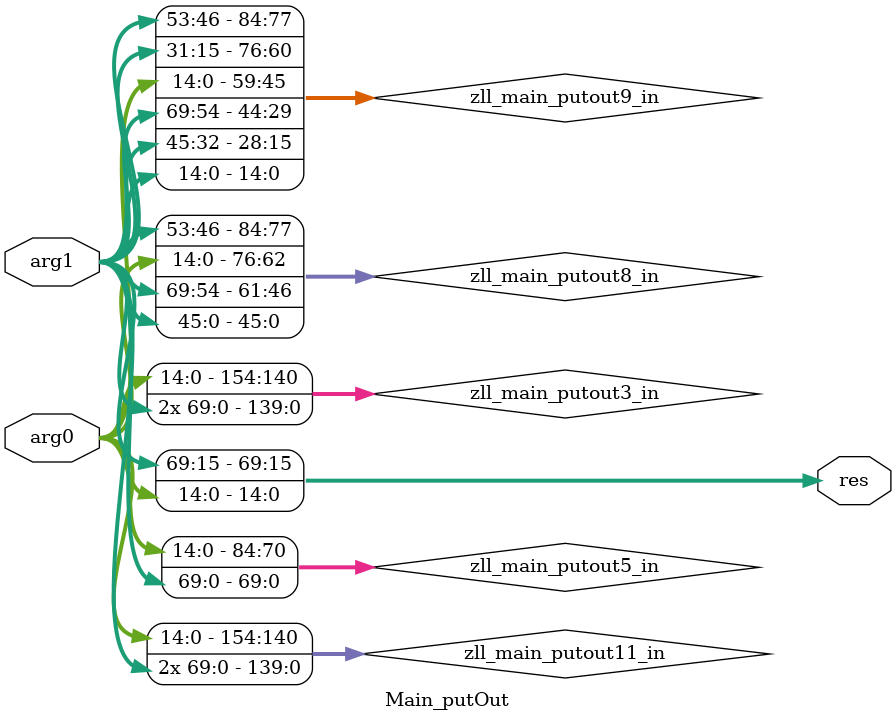
<source format=sv>
module top_level (input logic [0:0] clk,
  input logic [0:0] rst,
  input logic [16:0] __in0,
  output logic [14:0] __out0);
  logic [90:0] zll_pure_dispatch8_in;
  logic [142:0] zll_pure_dispatch8_out;
  logic [90:0] zll_pure_dispatch8_inR1;
  logic [142:0] zll_pure_dispatch8_outR1;
  logic [90:0] zll_pure_dispatch8_inR2;
  logic [142:0] zll_pure_dispatch8_outR2;
  logic [90:0] zll_pure_dispatch7_in;
  logic [86:0] zll_main_loop73_in;
  logic [86:0] main_putins_in;
  logic [69:0] main_putins_out;
  logic [69:0] zll_main_loop259_in;
  logic [142:0] zll_main_loop259_out;
  logic [142:0] zll_main_loop183_in;
  logic [142:0] zll_main_loop262_in;
  logic [69:0] zll_main_loop55_in;
  logic [69:0] main_incrpc_in;
  logic [69:0] main_incrpc_out;
  logic [69:0] zll_main_loop259_inR1;
  logic [142:0] zll_main_loop259_outR1;
  logic [142:0] zll_main_loop158_in;
  logic [142:0] zll_main_loop59_in;
  logic [69:0] zll_main_loop252_in;
  logic [69:0] main_getpc_in;
  logic [75:0] main_getpc_out;
  logic [75:0] zll_main_loop247_in;
  logic [69:0] zll_main_loop247_out;
  logic [69:0] zll_main_loop259_inR2;
  logic [142:0] zll_main_loop259_outR2;
  logic [142:0] zll_main_loop6_in;
  logic [142:0] zll_main_loop109_in;
  logic [69:0] zll_main_loop168_in;
  logic [69:0] main_getout_in;
  logic [84:0] main_getout_out;
  logic [84:0] zll_main_loop260_in;
  logic [142:0] zll_main_loop260_out;
  logic [142:0] zll_main_loop232_in;
  logic [142:0] zll_main_loop108_in;
  logic [84:0] zll_main_loop133_in;
  logic [90:0] zll_pure_dispatch4_in;
  logic [86:0] zll_main_loop80_in;
  logic [86:0] main_putins_inR1;
  logic [69:0] main_putins_outR1;
  logic [69:0] zll_main_loop259_inR3;
  logic [142:0] zll_main_loop259_outR3;
  logic [142:0] zll_main_loop146_in;
  logic [142:0] zll_main_loop152_in;
  logic [69:0] zll_main_loop84_in;
  logic [69:0] main_getdatain_in;
  logic [69:0] main_getins_in;
  logic [86:0] main_getins_out;
  logic [86:0] zll_main_getdatain1_in;
  logic [86:0] zll_main_getdatain_in;
  logic [16:0] main_datain_in;
  logic [16:0] zll_main_datain_in;
  logic [77:0] zll_main_loop250_in;
  logic [77:0] main_putreg1_in;
  logic [69:0] main_putreg1_out;
  logic [69:0] zll_main_loop259_inR4;
  logic [142:0] zll_main_loop259_outR4;
  logic [142:0] zll_main_loop138_in;
  logic [142:0] zll_main_loop138_out;
  logic [90:0] zll_pure_dispatch6_in;
  logic [86:0] zll_main_loop136_in;
  logic [86:0] main_putins_inR2;
  logic [69:0] main_putins_outR2;
  logic [69:0] zll_main_loop259_inR5;
  logic [142:0] zll_main_loop259_outR5;
  logic [142:0] zll_main_loop66_in;
  logic [142:0] zll_main_loop38_in;
  logic [69:0] zll_main_loop112_in;
  logic [69:0] main_incrpc_inR1;
  logic [69:0] main_incrpc_outR1;
  logic [69:0] zll_main_loop259_inR6;
  logic [142:0] zll_main_loop259_outR6;
  logic [142:0] zll_main_loop179_in;
  logic [142:0] zll_main_loop261_in;
  logic [69:0] zll_main_loop43_in;
  logic [69:0] main_getpc_inR1;
  logic [75:0] main_getpc_outR1;
  logic [75:0] zll_main_loop247_inR1;
  logic [69:0] zll_main_loop247_outR1;
  logic [69:0] zll_main_loop259_inR7;
  logic [142:0] zll_main_loop259_outR7;
  logic [142:0] zll_main_loop240_in;
  logic [142:0] zll_main_loop145_in;
  logic [69:0] zll_main_loop42_in;
  logic [69:0] main_getout_inR1;
  logic [84:0] main_getout_outR1;
  logic [84:0] zll_main_loop260_inR1;
  logic [142:0] zll_main_loop260_outR1;
  logic [142:0] zll_main_loop130_in;
  logic [142:0] zll_main_loop142_in;
  logic [84:0] zll_main_loop116_in;
  logic [90:0] zll_pure_dispatch8_inR3;
  logic [142:0] zll_pure_dispatch8_outR3;
  logic [90:0] zll_pure_dispatch1_in;
  logic [86:0] zll_main_reset30_in;
  logic [86:0] main_putins_inR3;
  logic [69:0] main_putins_outR3;
  logic [69:0] zll_main_loop259_inR8;
  logic [142:0] zll_main_loop259_outR8;
  logic [142:0] zll_main_reset_in;
  logic [142:0] zll_main_reset43_in;
  logic [69:0] zll_main_reset42_in;
  logic [69:0] main_getpc_inR2;
  logic [75:0] main_getpc_outR2;
  logic [75:0] zll_main_loop247_inR2;
  logic [69:0] zll_main_loop247_outR2;
  logic [69:0] zll_main_loop259_inR9;
  logic [142:0] zll_main_loop259_outR9;
  logic [142:0] zll_main_reset5_in;
  logic [142:0] zll_main_reset10_in;
  logic [69:0] zll_main_reset36_in;
  logic [69:0] main_getout_inR2;
  logic [84:0] main_getout_outR2;
  logic [84:0] zll_main_loop260_inR2;
  logic [142:0] zll_main_loop260_outR2;
  logic [142:0] zll_main_reset35_in;
  logic [142:0] zll_main_reset13_in;
  logic [84:0] zll_main_reset26_in;
  logic [90:0] zll_pure_dispatch8_inR4;
  logic [142:0] zll_pure_dispatch8_outR4;
  logic [0:0] __continue;
  logic [52:0] __padding;
  logic [3:0] __resumption_tag;
  logic [69:0] __st0;
  logic [3:0] __resumption_tag_next;
  logic [69:0] __st0_next;
  assign zll_pure_dispatch8_in = {__in0, {__resumption_tag, __st0}};
  ZLL_Pure_dispatch8  inst (zll_pure_dispatch8_in[90:74], zll_pure_dispatch8_in[69:0], zll_pure_dispatch8_out);
  assign zll_pure_dispatch8_inR1 = {__in0, {__resumption_tag, __st0}};
  ZLL_Pure_dispatch8  instR1 (zll_pure_dispatch8_inR1[90:74], zll_pure_dispatch8_inR1[69:0], zll_pure_dispatch8_outR1);
  assign zll_pure_dispatch8_inR2 = {__in0, {__resumption_tag, __st0}};
  ZLL_Pure_dispatch8  instR2 (zll_pure_dispatch8_inR2[90:74], zll_pure_dispatch8_inR2[69:0], zll_pure_dispatch8_outR2);
  assign zll_pure_dispatch7_in = {__in0, {__resumption_tag, __st0}};
  assign zll_main_loop73_in = {zll_pure_dispatch7_in[90:74], zll_pure_dispatch7_in[69:0]};
  assign main_putins_in = {zll_main_loop73_in[86:70], zll_main_loop73_in[69:0]};
  Main_putIns  instR3 (main_putins_in[86:70], main_putins_in[69:0], main_putins_out);
  assign zll_main_loop259_in = main_putins_out;
  ZLL_Main_loop259  instR4 (zll_main_loop259_in[69:0], zll_main_loop259_out);
  assign zll_main_loop183_in = zll_main_loop259_out;
  assign zll_main_loop262_in = zll_main_loop183_in[142:0];
  assign zll_main_loop55_in = zll_main_loop262_in[69:0];
  assign main_incrpc_in = zll_main_loop55_in[69:0];
  Main_incrPC  instR5 (main_incrpc_in[69:0], main_incrpc_out);
  assign zll_main_loop259_inR1 = main_incrpc_out;
  ZLL_Main_loop259  instR6 (zll_main_loop259_inR1[69:0], zll_main_loop259_outR1);
  assign zll_main_loop158_in = zll_main_loop259_outR1;
  assign zll_main_loop59_in = zll_main_loop158_in[142:0];
  assign zll_main_loop252_in = zll_main_loop59_in[69:0];
  assign main_getpc_in = zll_main_loop252_in[69:0];
  Main_getPC  instR7 (main_getpc_in[69:0], main_getpc_out);
  assign zll_main_loop247_in = main_getpc_out;
  ZLL_Main_loop247  instR8 (zll_main_loop247_in[75:0], zll_main_loop247_out);
  assign zll_main_loop259_inR2 = zll_main_loop247_out;
  ZLL_Main_loop259  instR9 (zll_main_loop259_inR2[69:0], zll_main_loop259_outR2);
  assign zll_main_loop6_in = zll_main_loop259_outR2;
  assign zll_main_loop109_in = zll_main_loop6_in[142:0];
  assign zll_main_loop168_in = zll_main_loop109_in[69:0];
  assign main_getout_in = zll_main_loop168_in[69:0];
  Main_getOut  instR10 (main_getout_in[69:0], main_getout_out);
  assign zll_main_loop260_in = main_getout_out;
  ZLL_Main_loop260  instR11 (zll_main_loop260_in[84:0], zll_main_loop260_out);
  assign zll_main_loop232_in = zll_main_loop260_out;
  assign zll_main_loop108_in = zll_main_loop232_in[142:0];
  assign zll_main_loop133_in = {zll_main_loop108_in[84:70], zll_main_loop108_in[69:0]};
  assign zll_pure_dispatch4_in = {__in0, {__resumption_tag, __st0}};
  assign zll_main_loop80_in = {zll_pure_dispatch4_in[90:74], zll_pure_dispatch4_in[69:0]};
  assign main_putins_inR1 = {zll_main_loop80_in[86:70], zll_main_loop80_in[69:0]};
  Main_putIns  instR12 (main_putins_inR1[86:70], main_putins_inR1[69:0], main_putins_outR1);
  assign zll_main_loop259_inR3 = main_putins_outR1;
  ZLL_Main_loop259  instR13 (zll_main_loop259_inR3[69:0], zll_main_loop259_outR3);
  assign zll_main_loop146_in = zll_main_loop259_outR3;
  assign zll_main_loop152_in = zll_main_loop146_in[142:0];
  assign zll_main_loop84_in = zll_main_loop152_in[69:0];
  assign main_getdatain_in = zll_main_loop84_in[69:0];
  assign main_getins_in = main_getdatain_in[69:0];
  Main_getIns  instR14 (main_getins_in[69:0], main_getins_out);
  assign zll_main_getdatain1_in = main_getins_out;
  assign zll_main_getdatain_in = zll_main_getdatain1_in[86:0];
  assign main_datain_in = zll_main_getdatain_in[86:70];
  assign zll_main_datain_in = main_datain_in[16:0];
  assign zll_main_loop250_in = {zll_main_datain_in[7:0], zll_main_getdatain_in[69:0]};
  assign main_putreg1_in = zll_main_loop250_in[77:0];
  Main_putReg1  instR15 (main_putreg1_in[77:70], main_putreg1_in[69:0], main_putreg1_out);
  assign zll_main_loop259_inR4 = main_putreg1_out;
  ZLL_Main_loop259  instR16 (zll_main_loop259_inR4[69:0], zll_main_loop259_outR4);
  assign zll_main_loop138_in = zll_main_loop259_outR4;
  ZLL_Main_loop138  instR17 (zll_main_loop138_in[142:0], zll_main_loop138_out);
  assign zll_pure_dispatch6_in = {__in0, {__resumption_tag, __st0}};
  assign zll_main_loop136_in = {zll_pure_dispatch6_in[90:74], zll_pure_dispatch6_in[69:0]};
  assign main_putins_inR2 = {zll_main_loop136_in[86:70], zll_main_loop136_in[69:0]};
  Main_putIns  instR18 (main_putins_inR2[86:70], main_putins_inR2[69:0], main_putins_outR2);
  assign zll_main_loop259_inR5 = main_putins_outR2;
  ZLL_Main_loop259  instR19 (zll_main_loop259_inR5[69:0], zll_main_loop259_outR5);
  assign zll_main_loop66_in = zll_main_loop259_outR5;
  assign zll_main_loop38_in = zll_main_loop66_in[142:0];
  assign zll_main_loop112_in = zll_main_loop38_in[69:0];
  assign main_incrpc_inR1 = zll_main_loop112_in[69:0];
  Main_incrPC  instR20 (main_incrpc_inR1[69:0], main_incrpc_outR1);
  assign zll_main_loop259_inR6 = main_incrpc_outR1;
  ZLL_Main_loop259  instR21 (zll_main_loop259_inR6[69:0], zll_main_loop259_outR6);
  assign zll_main_loop179_in = zll_main_loop259_outR6;
  assign zll_main_loop261_in = zll_main_loop179_in[142:0];
  assign zll_main_loop43_in = zll_main_loop261_in[69:0];
  assign main_getpc_inR1 = zll_main_loop43_in[69:0];
  Main_getPC  instR22 (main_getpc_inR1[69:0], main_getpc_outR1);
  assign zll_main_loop247_inR1 = main_getpc_outR1;
  ZLL_Main_loop247  instR23 (zll_main_loop247_inR1[75:0], zll_main_loop247_outR1);
  assign zll_main_loop259_inR7 = zll_main_loop247_outR1;
  ZLL_Main_loop259  instR24 (zll_main_loop259_inR7[69:0], zll_main_loop259_outR7);
  assign zll_main_loop240_in = zll_main_loop259_outR7;
  assign zll_main_loop145_in = zll_main_loop240_in[142:0];
  assign zll_main_loop42_in = zll_main_loop145_in[69:0];
  assign main_getout_inR1 = zll_main_loop42_in[69:0];
  Main_getOut  instR25 (main_getout_inR1[69:0], main_getout_outR1);
  assign zll_main_loop260_inR1 = main_getout_outR1;
  ZLL_Main_loop260  instR26 (zll_main_loop260_inR1[84:0], zll_main_loop260_outR1);
  assign zll_main_loop130_in = zll_main_loop260_outR1;
  assign zll_main_loop142_in = zll_main_loop130_in[142:0];
  assign zll_main_loop116_in = {zll_main_loop142_in[84:70], zll_main_loop142_in[69:0]};
  assign zll_pure_dispatch8_inR3 = {__in0, {__resumption_tag, __st0}};
  ZLL_Pure_dispatch8  instR27 (zll_pure_dispatch8_inR3[90:74], zll_pure_dispatch8_inR3[69:0], zll_pure_dispatch8_outR3);
  assign zll_pure_dispatch1_in = {__in0, {__resumption_tag, __st0}};
  assign zll_main_reset30_in = {zll_pure_dispatch1_in[90:74], zll_pure_dispatch1_in[69:0]};
  assign main_putins_inR3 = {zll_main_reset30_in[86:70], zll_main_reset30_in[69:0]};
  Main_putIns  instR28 (main_putins_inR3[86:70], main_putins_inR3[69:0], main_putins_outR3);
  assign zll_main_loop259_inR8 = main_putins_outR3;
  ZLL_Main_loop259  instR29 (zll_main_loop259_inR8[69:0], zll_main_loop259_outR8);
  assign zll_main_reset_in = zll_main_loop259_outR8;
  assign zll_main_reset43_in = zll_main_reset_in[142:0];
  assign zll_main_reset42_in = zll_main_reset43_in[69:0];
  assign main_getpc_inR2 = zll_main_reset42_in[69:0];
  Main_getPC  instR30 (main_getpc_inR2[69:0], main_getpc_outR2);
  assign zll_main_loop247_inR2 = main_getpc_outR2;
  ZLL_Main_loop247  instR31 (zll_main_loop247_inR2[75:0], zll_main_loop247_outR2);
  assign zll_main_loop259_inR9 = zll_main_loop247_outR2;
  ZLL_Main_loop259  instR32 (zll_main_loop259_inR9[69:0], zll_main_loop259_outR9);
  assign zll_main_reset5_in = zll_main_loop259_outR9;
  assign zll_main_reset10_in = zll_main_reset5_in[142:0];
  assign zll_main_reset36_in = zll_main_reset10_in[69:0];
  assign main_getout_inR2 = zll_main_reset36_in[69:0];
  Main_getOut  instR33 (main_getout_inR2[69:0], main_getout_outR2);
  assign zll_main_loop260_inR2 = main_getout_outR2;
  ZLL_Main_loop260  instR34 (zll_main_loop260_inR2[84:0], zll_main_loop260_outR2);
  assign zll_main_reset35_in = zll_main_loop260_outR2;
  assign zll_main_reset13_in = zll_main_reset35_in[142:0];
  assign zll_main_reset26_in = {zll_main_reset13_in[84:70], zll_main_reset13_in[69:0]};
  assign zll_pure_dispatch8_inR4 = {__in0, {__resumption_tag, __st0}};
  ZLL_Pure_dispatch8  instR35 (zll_pure_dispatch8_inR4[90:74], zll_pure_dispatch8_inR4[69:0], zll_pure_dispatch8_outR4);
  assign {__continue, __padding, __out0, __resumption_tag_next, __st0_next} = (zll_pure_dispatch8_inR4[73:70] == 4'h1) ? zll_pure_dispatch8_outR4 : ((zll_pure_dispatch1_in[73:70] == 4'h2) ? {{1'h1, {6'h35{1'h0}}}, zll_main_reset26_in[84:70], 4'h8, zll_main_reset26_in[69:0]} : ((zll_pure_dispatch8_inR3[73:70] == 4'h3) ? zll_pure_dispatch8_outR3 : ((zll_pure_dispatch6_in[73:70] == 4'h4) ? {{1'h1, {6'h35{1'h0}}}, zll_main_loop116_in[84:70], 4'h5, zll_main_loop116_in[69:0]} : ((zll_pure_dispatch4_in[73:70] == 4'h5) ? zll_main_loop138_out : ((zll_pure_dispatch7_in[73:70] == 4'h6) ? {{1'h1, {6'h35{1'h0}}}, zll_main_loop133_in[84:70], 4'h1, zll_main_loop133_in[69:0]} : ((zll_pure_dispatch8_inR2[73:70] == 4'h7) ? zll_pure_dispatch8_outR2 : ((zll_pure_dispatch8_inR1[73:70] == 4'h8) ? zll_pure_dispatch8_outR1 : zll_pure_dispatch8_out)))))));
  initial {__resumption_tag, __st0} <= {3'h1, {7'h47{1'h0}}};
  always @ (posedge clk or posedge rst) begin
    if (rst == 1'h1) begin
      {__resumption_tag, __st0} <= {3'h1, {7'h47{1'h0}}};
    end else begin
      {__resumption_tag, __st0} <= {__resumption_tag_next, __st0_next};
    end
  end
endmodule

module ZLL_Main_loop260 (input logic [84:0] arg0,
  output logic [142:0] res);
  logic [84:0] zll_main_loop244_in;
  assign zll_main_loop244_in = arg0;
  assign res = {{3'h1, {6'h37{1'h0}}}, zll_main_loop244_in[84:70], zll_main_loop244_in[69:0]};
endmodule

module ZLL_Main_loop259 (input logic [69:0] arg0,
  output logic [142:0] res);
  assign res = {{2'h1, {7'h47{1'h0}}}, arg0};
endmodule

module ZLL_Pure_dispatch8 (input logic [16:0] arg0,
  input logic [69:0] arg1,
  output logic [142:0] res);
  logic [86:0] zll_main_loop249_in;
  logic [86:0] main_putins_in;
  logic [69:0] main_putins_out;
  logic [69:0] zll_main_loop259_in;
  logic [142:0] zll_main_loop259_out;
  logic [142:0] zll_main_loop138_in;
  logic [142:0] zll_main_loop138_out;
  assign zll_main_loop249_in = {arg0, arg1};
  assign main_putins_in = {zll_main_loop249_in[86:70], zll_main_loop249_in[69:0]};
  Main_putIns  inst (main_putins_in[86:70], main_putins_in[69:0], main_putins_out);
  assign zll_main_loop259_in = main_putins_out;
  ZLL_Main_loop259  instR1 (zll_main_loop259_in[69:0], zll_main_loop259_out);
  assign zll_main_loop138_in = zll_main_loop259_out;
  ZLL_Main_loop138  instR2 (zll_main_loop138_in[142:0], zll_main_loop138_out);
  assign res = zll_main_loop138_out;
endmodule

module ZLL_Main_loop247 (input logic [75:0] arg0,
  output logic [69:0] res);
  logic [75:0] zll_main_loop217_in;
  logic [75:0] main_putaddrout_in;
  logic [69:0] main_putaddrout_out;
  logic [69:0] main_putweout1_in;
  logic [69:0] main_putweout1_out;
  assign zll_main_loop217_in = arg0;
  assign main_putaddrout_in = {zll_main_loop217_in[75:70], zll_main_loop217_in[69:0]};
  Main_putAddrOut  inst (main_putaddrout_in[75:70], main_putaddrout_in[69:0], main_putaddrout_out);
  assign main_putweout1_in = main_putaddrout_out;
  Main_putWeOut1  instR1 (main_putweout1_in[69:0], main_putweout1_out);
  assign res = main_putweout1_out;
endmodule

module Main_putPC1 (input logic [5:0] arg0,
  input logic [69:0] arg1,
  output logic [69:0] res);
  logic [145:0] zll_main_putpc10_in;
  logic [145:0] zll_main_putpc7_in;
  logic [75:0] zll_main_putpc3_in;
  logic [75:0] zll_main_putpc9_in;
  logic [75:0] zll_main_putpc8_in;
  logic [75:0] zll_main_putpc4_in;
  logic [75:0] zll_main_putpc12_in;
  assign zll_main_putpc10_in = {arg0, arg1, arg1};
  assign zll_main_putpc7_in = {zll_main_putpc10_in[145:140], zll_main_putpc10_in[139:0]};
  assign zll_main_putpc3_in = {zll_main_putpc7_in[145:140], zll_main_putpc7_in[139:70]};
  assign zll_main_putpc9_in = {zll_main_putpc3_in[69:62], zll_main_putpc3_in[75:70], zll_main_putpc3_in[61:54], zll_main_putpc3_in[53:46], zll_main_putpc3_in[45:38], zll_main_putpc3_in[37:32], zll_main_putpc3_in[31:15], zll_main_putpc3_in[14:0]};
  assign zll_main_putpc8_in = {zll_main_putpc9_in[75:68], zll_main_putpc9_in[61:54], zll_main_putpc9_in[67:62], zll_main_putpc9_in[53:46], zll_main_putpc9_in[45:38], zll_main_putpc9_in[37:32], zll_main_putpc9_in[31:15], zll_main_putpc9_in[14:0]};
  assign zll_main_putpc4_in = {zll_main_putpc8_in[75:68], zll_main_putpc8_in[53:46], zll_main_putpc8_in[67:60], zll_main_putpc8_in[59:54], zll_main_putpc8_in[45:38], zll_main_putpc8_in[37:32], zll_main_putpc8_in[31:15], zll_main_putpc8_in[14:0]};
  assign zll_main_putpc12_in = {zll_main_putpc4_in[75:68], zll_main_putpc4_in[45:38], zll_main_putpc4_in[67:60], zll_main_putpc4_in[59:52], zll_main_putpc4_in[51:46], zll_main_putpc4_in[37:32], zll_main_putpc4_in[31:15], zll_main_putpc4_in[14:0]};
  assign res = {zll_main_putpc12_in[75:68], zll_main_putpc12_in[51:44], zll_main_putpc12_in[59:52], zll_main_putpc12_in[67:60], zll_main_putpc12_in[43:38], zll_main_putpc12_in[31:15], zll_main_putpc12_in[14:0]};
endmodule

module Main_putIns (input logic [16:0] arg0,
  input logic [69:0] arg1,
  output logic [69:0] res);
  logic [156:0] zll_main_putins9_in;
  logic [156:0] zll_main_putins5_in;
  logic [86:0] zll_main_putins10_in;
  logic [86:0] zll_main_putins1_in;
  logic [86:0] zll_main_putins4_in;
  logic [86:0] zll_main_putins3_in;
  assign zll_main_putins9_in = {arg0, arg1, arg1};
  assign zll_main_putins5_in = {zll_main_putins9_in[156:140], zll_main_putins9_in[139:0]};
  assign zll_main_putins10_in = {zll_main_putins5_in[156:140], zll_main_putins5_in[139:70]};
  assign zll_main_putins1_in = {zll_main_putins10_in[61:54], zll_main_putins10_in[86:70], zll_main_putins10_in[69:62], zll_main_putins10_in[53:46], zll_main_putins10_in[45:38], zll_main_putins10_in[37:32], zll_main_putins10_in[31:15], zll_main_putins10_in[14:0]};
  assign zll_main_putins4_in = {zll_main_putins1_in[86:79], zll_main_putins1_in[53:46], zll_main_putins1_in[78:62], zll_main_putins1_in[61:54], zll_main_putins1_in[45:38], zll_main_putins1_in[37:32], zll_main_putins1_in[31:15], zll_main_putins1_in[14:0]};
  assign zll_main_putins3_in = {zll_main_putins4_in[86:79], zll_main_putins4_in[78:71], zll_main_putins4_in[37:32], zll_main_putins4_in[70:54], zll_main_putins4_in[53:46], zll_main_putins4_in[45:38], zll_main_putins4_in[31:15], zll_main_putins4_in[14:0]};
  assign res = {zll_main_putins3_in[47:40], zll_main_putins3_in[86:79], zll_main_putins3_in[78:71], zll_main_putins3_in[39:32], zll_main_putins3_in[70:65], zll_main_putins3_in[64:48], zll_main_putins3_in[14:0]};
endmodule

module ZLL_Main_r06 (input logic [7:0] arg0,
  input logic [7:0] arg1,
  input logic [7:0] arg2,
  input logic [5:0] arg3,
  input logic [16:0] arg4,
  input logic [14:0] arg5,
  output logic [7:0] res);
  logic [53:0] zll_main_r14_in;
  logic [7:0] zll_main_r14_out;
  assign zll_main_r14_in = {arg0, arg2, arg3, arg4, arg5};
  ZLL_Main_r14  inst (zll_main_r14_in[53:46], zll_main_r14_in[45:38], zll_main_r14_in[37:32], zll_main_r14_in[31:15], zll_main_r14_in[14:0], zll_main_r14_out);
  assign res = zll_main_r14_out;
endmodule

module ZLL_Main_r14 (input logic [7:0] arg0,
  input logic [7:0] arg1,
  input logic [5:0] arg2,
  input logic [16:0] arg3,
  input logic [14:0] arg4,
  output logic [7:0] res);
  logic [45:0] zll_main_r26_in;
  logic [7:0] zll_main_r26_out;
  assign zll_main_r26_in = {arg0, arg2, arg3, arg4};
  ZLL_Main_r26  inst (zll_main_r26_in[45:38], zll_main_r26_in[37:32], zll_main_r26_in[31:15], zll_main_r26_in[14:0], zll_main_r26_out);
  assign res = zll_main_r26_out;
endmodule

module Main_putWeOut1 (input logic [69:0] arg0,
  output logic [69:0] res);
  logic [69:0] main_getout_in;
  logic [84:0] main_getout_out;
  logic [84:0] zll_main_putweout6_in;
  logic [84:0] zll_main_putweout4_in;
  logic [14:0] zll_main_putweout7_in;
  logic [84:0] main_putout_in;
  logic [69:0] main_putout_out;
  assign main_getout_in = arg0;
  Main_getOut  inst (main_getout_in[69:0], main_getout_out);
  assign zll_main_putweout6_in = main_getout_out;
  assign zll_main_putweout4_in = zll_main_putweout6_in[84:0];
  assign zll_main_putweout7_in = zll_main_putweout4_in[84:70];
  assign main_putout_in = {{1'h0, zll_main_putweout7_in[13:8], zll_main_putweout7_in[7:0]}, zll_main_putweout4_in[69:0]};
  Main_putOut  instR1 (main_putout_in[84:70], main_putout_in[69:0], main_putout_out);
  assign res = main_putout_out;
endmodule

module ZLL_Main_r26 (input logic [7:0] arg0,
  input logic [5:0] arg1,
  input logic [16:0] arg2,
  input logic [14:0] arg3,
  output logic [7:0] res);
  logic [39:0] zll_main_r16_in;
  logic [22:0] zll_main_r15_in;
  assign zll_main_r16_in = {arg0, arg2, arg3};
  assign zll_main_r15_in = {zll_main_r16_in[39:32], zll_main_r16_in[14:0]};
  assign res = zll_main_r15_in[22:15];
endmodule

module Main_getReg1 (input logic [1:0] arg0,
  input logic [69:0] arg1,
  output logic [77:0] res);
  logic [71:0] zll_main_getreg18_in;
  logic [69:0] zll_main_getreg10_in;
  logic [139:0] zll_main_getreg16_in;
  logic [139:0] zll_main_getreg5_in;
  logic [69:0] main_r3_in;
  logic [69:0] zll_main_r33_in;
  logic [61:0] zll_main_r32_in;
  logic [53:0] zll_main_r35_in;
  logic [45:0] zll_main_r26_in;
  logic [7:0] zll_main_r26_out;
  logic [71:0] zll_main_getreg4_in;
  logic [69:0] zll_main_getreg7_in;
  logic [139:0] zll_main_getreg1_in;
  logic [139:0] zll_main_getreg20_in;
  logic [69:0] main_r2_in;
  logic [69:0] zll_main_r23_in;
  logic [61:0] zll_main_r22_in;
  logic [53:0] zll_main_r14_in;
  logic [7:0] zll_main_r14_out;
  logic [71:0] zll_main_getreg9_in;
  logic [69:0] zll_main_getreg6_in;
  logic [139:0] zll_main_getreg_in;
  logic [139:0] zll_main_getreg15_in;
  logic [69:0] main_r1_in;
  logic [69:0] zll_main_r11_in;
  logic [61:0] zll_main_r06_in;
  logic [7:0] zll_main_r06_out;
  logic [71:0] zll_main_getreg21_in;
  logic [69:0] zll_main_getreg13_in;
  logic [77:0] zll_main_getreg13_out;
  assign zll_main_getreg18_in = {arg1, arg0};
  assign zll_main_getreg10_in = zll_main_getreg18_in[71:2];
  assign zll_main_getreg16_in = {zll_main_getreg10_in[69:0], zll_main_getreg10_in[69:0]};
  assign zll_main_getreg5_in = zll_main_getreg16_in[139:0];
  assign main_r3_in = zll_main_getreg5_in[139:70];
  assign zll_main_r33_in = main_r3_in[69:0];
  assign zll_main_r32_in = {zll_main_r33_in[61:54], zll_main_r33_in[53:46], zll_main_r33_in[45:38], zll_main_r33_in[37:32], zll_main_r33_in[31:15], zll_main_r33_in[14:0]};
  assign zll_main_r35_in = {zll_main_r32_in[53:46], zll_main_r32_in[45:38], zll_main_r32_in[37:32], zll_main_r32_in[31:15], zll_main_r32_in[14:0]};
  assign zll_main_r26_in = {zll_main_r35_in[45:38], zll_main_r35_in[37:32], zll_main_r35_in[31:15], zll_main_r35_in[14:0]};
  ZLL_Main_r26  inst (zll_main_r26_in[45:38], zll_main_r26_in[37:32], zll_main_r26_in[31:15], zll_main_r26_in[14:0], zll_main_r26_out);
  assign zll_main_getreg4_in = {arg1, arg0};
  assign zll_main_getreg7_in = zll_main_getreg4_in[71:2];
  assign zll_main_getreg1_in = {zll_main_getreg7_in[69:0], zll_main_getreg7_in[69:0]};
  assign zll_main_getreg20_in = zll_main_getreg1_in[139:0];
  assign main_r2_in = zll_main_getreg20_in[139:70];
  assign zll_main_r23_in = main_r2_in[69:0];
  assign zll_main_r22_in = {zll_main_r23_in[61:54], zll_main_r23_in[53:46], zll_main_r23_in[45:38], zll_main_r23_in[37:32], zll_main_r23_in[31:15], zll_main_r23_in[14:0]};
  assign zll_main_r14_in = {zll_main_r22_in[53:46], zll_main_r22_in[45:38], zll_main_r22_in[37:32], zll_main_r22_in[31:15], zll_main_r22_in[14:0]};
  ZLL_Main_r14  instR1 (zll_main_r14_in[53:46], zll_main_r14_in[45:38], zll_main_r14_in[37:32], zll_main_r14_in[31:15], zll_main_r14_in[14:0], zll_main_r14_out);
  assign zll_main_getreg9_in = {arg1, arg0};
  assign zll_main_getreg6_in = zll_main_getreg9_in[71:2];
  assign zll_main_getreg_in = {zll_main_getreg6_in[69:0], zll_main_getreg6_in[69:0]};
  assign zll_main_getreg15_in = zll_main_getreg_in[139:0];
  assign main_r1_in = zll_main_getreg15_in[139:70];
  assign zll_main_r11_in = main_r1_in[69:0];
  assign zll_main_r06_in = {zll_main_r11_in[61:54], zll_main_r11_in[53:46], zll_main_r11_in[45:38], zll_main_r11_in[37:32], zll_main_r11_in[31:15], zll_main_r11_in[14:0]};
  ZLL_Main_r06  instR2 (zll_main_r06_in[61:54], zll_main_r06_in[53:46], zll_main_r06_in[45:38], zll_main_r06_in[37:32], zll_main_r06_in[31:15], zll_main_r06_in[14:0], zll_main_r06_out);
  assign zll_main_getreg21_in = {arg1, arg0};
  assign zll_main_getreg13_in = zll_main_getreg21_in[71:2];
  ZLL_Main_getReg13  instR3 (zll_main_getreg13_in[69:0], zll_main_getreg13_out);
  assign res = (zll_main_getreg21_in[1:0] == 2'h0) ? zll_main_getreg13_out : ((zll_main_getreg9_in[1:0] == 2'h1) ? {zll_main_r06_out, zll_main_getreg15_in[69:0]} : ((zll_main_getreg4_in[1:0] == 2'h2) ? {zll_main_r14_out, zll_main_getreg20_in[69:0]} : {zll_main_r26_out, zll_main_getreg5_in[69:0]}));
endmodule

module Main_putReg1 (input logic [7:0] arg0,
  input logic [69:0] arg1,
  output logic [69:0] res);
  logic [147:0] zll_main_putreg27_in;
  logic [147:0] zll_main_putreg36_in;
  logic [77:0] zll_main_putreg25_in;
  assign zll_main_putreg27_in = {arg0, arg1, arg1};
  assign zll_main_putreg36_in = {zll_main_putreg27_in[147:140], zll_main_putreg27_in[139:0]};
  assign zll_main_putreg25_in = {zll_main_putreg36_in[147:140], zll_main_putreg36_in[139:70]};
  assign res = {zll_main_putreg25_in[77:70], zll_main_putreg25_in[61:54], zll_main_putreg25_in[53:46], zll_main_putreg25_in[45:38], zll_main_putreg25_in[37:32], zll_main_putreg25_in[31:15], zll_main_putreg25_in[14:0]};
endmodule

module ZLL_Main_getReg13 (input logic [69:0] arg0,
  output logic [77:0] res);
  logic [139:0] zll_main_getreg19_in;
  logic [139:0] zll_main_getreg22_in;
  logic [69:0] main_r0_in;
  logic [69:0] zll_main_r03_in;
  logic [61:0] zll_main_r06_in;
  logic [7:0] zll_main_r06_out;
  assign zll_main_getreg19_in = {arg0, arg0};
  assign zll_main_getreg22_in = zll_main_getreg19_in[139:0];
  assign main_r0_in = zll_main_getreg22_in[139:70];
  assign zll_main_r03_in = main_r0_in[69:0];
  assign zll_main_r06_in = {zll_main_r03_in[69:62], zll_main_r03_in[53:46], zll_main_r03_in[45:38], zll_main_r03_in[37:32], zll_main_r03_in[31:15], zll_main_r03_in[14:0]};
  ZLL_Main_r06  inst (zll_main_r06_in[61:54], zll_main_r06_in[53:46], zll_main_r06_in[45:38], zll_main_r06_in[37:32], zll_main_r06_in[31:15], zll_main_r06_in[14:0], zll_main_r06_out);
  assign res = {zll_main_r06_out, zll_main_getreg22_in[69:0]};
endmodule

module Main_getIns (input logic [69:0] arg0,
  output logic [86:0] res);
  logic [139:0] zll_main_getins2_in;
  logic [139:0] zll_main_getins_in;
  logic [69:0] main_inputs_in;
  logic [69:0] zll_main_inputs_in;
  logic [61:0] zll_main_inputs2_in;
  logic [53:0] zll_main_inputs6_in;
  logic [45:0] zll_main_inputs3_in;
  logic [37:0] zll_main_inputs1_in;
  logic [31:0] zll_main_inputs4_in;
  assign zll_main_getins2_in = {arg0, arg0};
  assign zll_main_getins_in = zll_main_getins2_in[139:0];
  assign main_inputs_in = zll_main_getins_in[139:70];
  assign zll_main_inputs_in = main_inputs_in[69:0];
  assign zll_main_inputs2_in = {zll_main_inputs_in[61:54], zll_main_inputs_in[53:46], zll_main_inputs_in[45:38], zll_main_inputs_in[37:32], zll_main_inputs_in[31:15], zll_main_inputs_in[14:0]};
  assign zll_main_inputs6_in = {zll_main_inputs2_in[53:46], zll_main_inputs2_in[45:38], zll_main_inputs2_in[37:32], zll_main_inputs2_in[31:15], zll_main_inputs2_in[14:0]};
  assign zll_main_inputs3_in = {zll_main_inputs6_in[45:38], zll_main_inputs6_in[37:32], zll_main_inputs6_in[31:15], zll_main_inputs6_in[14:0]};
  assign zll_main_inputs1_in = {zll_main_inputs3_in[37:32], zll_main_inputs3_in[31:15], zll_main_inputs3_in[14:0]};
  assign zll_main_inputs4_in = {zll_main_inputs1_in[31:15], zll_main_inputs1_in[14:0]};
  assign res = {zll_main_inputs4_in[31:15], zll_main_getins_in[69:0]};
endmodule

module ZLL_Main_loop138 (input logic [142:0] arg0,
  output logic [142:0] res);
  logic [142:0] zll_main_loop251_in;
  logic [69:0] main_loop_in;
  logic [69:0] main_getinstr_in;
  logic [69:0] main_getins_in;
  logic [86:0] main_getins_out;
  logic [86:0] zll_main_getinstr1_in;
  logic [86:0] zll_main_getinstr2_in;
  logic [16:0] main_instrin_in;
  logic [16:0] zll_main_instrin_in;
  logic [78:0] zll_main_loop35_in;
  logic [78:0] zll_main_loop258_in;
  logic [142:0] zll_main_loop119_in;
  logic [142:0] zll_main_loop253_in;
  logic [78:0] zll_main_loop88_in;
  logic [139:0] zll_main_loop82_in;
  logic [139:0] zll_main_loop190_in;
  logic [151:0] zll_main_loop128_in;
  logic [151:0] zll_main_loop153_in;
  logic [148:0] zll_main_loop174_in;
  logic [78:0] zll_main_loop48_in;
  logic [75:0] zll_main_loop234_in;
  logic [75:0] zll_main_loop225_in;
  logic [69:0] zll_main_getreg13_in;
  logic [77:0] zll_main_getreg13_out;
  logic [83:0] zll_main_loop155_in;
  logic [83:0] zll_main_loop134_in;
  logic [15:0] binop_in;
  logic [15:0] binop_inR1;
  logic [76:0] zll_main_loop83_in;
  logic [75:0] zll_main_loop8_in;
  logic [75:0] main_putpc1_in;
  logic [69:0] main_putpc1_out;
  logic [70:0] zll_main_loop224_in;
  logic [69:0] main_incrpc_in;
  logic [69:0] main_incrpc_out;
  logic [69:0] zll_main_loop259_in;
  logic [142:0] zll_main_loop259_out;
  logic [142:0] zll_main_loop95_in;
  logic [142:0] zll_main_loop186_in;
  logic [69:0] zll_main_loop69_in;
  logic [69:0] main_getpc_in;
  logic [75:0] main_getpc_out;
  logic [75:0] zll_main_loop247_in;
  logic [69:0] zll_main_loop247_out;
  logic [69:0] zll_main_loop259_inR1;
  logic [142:0] zll_main_loop259_outR1;
  logic [142:0] zll_main_loop160_in;
  logic [142:0] zll_main_loop89_in;
  logic [69:0] zll_main_loop129_in;
  logic [69:0] main_getout_in;
  logic [84:0] main_getout_out;
  logic [84:0] zll_main_loop260_in;
  logic [142:0] zll_main_loop260_out;
  logic [142:0] zll_main_loop203_in;
  logic [142:0] zll_main_loop86_in;
  logic [84:0] zll_main_loop5_in;
  logic [78:0] zll_main_loop235_in;
  logic [75:0] zll_main_loop176_in;
  logic [75:0] zll_main_loop204_in;
  logic [71:0] main_getreg1_in;
  logic [77:0] main_getreg1_out;
  logic [81:0] zll_main_loop117_in;
  logic [81:0] zll_main_loop68_in;
  logic [81:0] zll_main_loop177_in;
  logic [71:0] main_getreg1_inR1;
  logic [77:0] main_getreg1_outR1;
  logic [87:0] zll_main_loop187_in;
  logic [87:0] zll_main_loop141_in;
  logic [15:0] binop_inR2;
  logic [7:0] unop_in;
  logic [79:0] main_putreg_in;
  logic [79:0] zll_main_putreg30_in;
  logic [77:0] zll_main_putreg43_in;
  logic [77:0] zll_main_putreg17_in;
  logic [147:0] zll_main_putreg8_in;
  logic [147:0] zll_main_putreg21_in;
  logic [77:0] zll_main_putreg31_in;
  logic [77:0] zll_main_putreg15_in;
  logic [79:0] zll_main_putreg28_in;
  logic [77:0] zll_main_putreg16_in;
  logic [77:0] zll_main_putreg22_in;
  logic [147:0] zll_main_putreg42_in;
  logic [147:0] zll_main_putreg2_in;
  logic [77:0] zll_main_putreg40_in;
  logic [79:0] zll_main_putreg20_in;
  logic [77:0] zll_main_putreg33_in;
  logic [77:0] zll_main_putreg9_in;
  logic [147:0] zll_main_putreg13_in;
  logic [147:0] zll_main_putreg7_in;
  logic [77:0] zll_main_putreg47_in;
  logic [79:0] zll_main_putreg5_in;
  logic [77:0] zll_main_putreg41_in;
  logic [77:0] main_putreg1_in;
  logic [69:0] main_putreg1_out;
  logic [69:0] main_incrpc_inR1;
  logic [69:0] main_incrpc_outR1;
  logic [69:0] zll_main_loop259_inR2;
  logic [142:0] zll_main_loop259_outR2;
  logic [142:0] zll_main_loop226_in;
  logic [142:0] zll_main_loop198_in;
  logic [69:0] zll_main_loop94_in;
  logic [69:0] main_getpc_inR1;
  logic [75:0] main_getpc_outR1;
  logic [75:0] zll_main_loop247_inR1;
  logic [69:0] zll_main_loop247_outR1;
  logic [69:0] zll_main_loop259_inR3;
  logic [142:0] zll_main_loop259_outR3;
  logic [142:0] zll_main_loop92_in;
  logic [142:0] zll_main_loop219_in;
  logic [69:0] zll_main_loop106_in;
  logic [69:0] main_getout_inR1;
  logic [84:0] main_getout_outR1;
  logic [84:0] zll_main_loop260_inR1;
  logic [142:0] zll_main_loop260_outR1;
  logic [142:0] zll_main_loop50_in;
  logic [142:0] zll_main_loop32_in;
  logic [84:0] zll_main_loop63_in;
  logic [78:0] zll_main_loop75_in;
  logic [75:0] zll_main_loop229_in;
  logic [75:0] zll_main_loop4_in;
  logic [69:0] zll_main_getreg13_inR1;
  logic [77:0] zll_main_getreg13_outR1;
  logic [83:0] zll_main_loop12_in;
  logic [83:0] zll_main_loop178_in;
  logic [75:0] main_putaddrout_in;
  logic [69:0] main_putaddrout_out;
  logic [77:0] zll_main_loop218_in;
  logic [77:0] main_putdataout1_in;
  logic [69:0] main_getout_inR2;
  logic [84:0] main_getout_outR2;
  logic [92:0] zll_main_putdataout2_in;
  logic [92:0] zll_main_putdataout8_in;
  logic [22:0] zll_main_putdataout_in;
  logic [22:0] zll_main_putdataout5_in;
  logic [22:0] zll_main_putdataout10_in;
  logic [84:0] main_putout_in;
  logic [69:0] main_putout_out;
  logic [69:0] main_putweout_in;
  logic [69:0] main_getout_inR3;
  logic [84:0] main_getout_outR3;
  logic [84:0] zll_main_putweout5_in;
  logic [84:0] zll_main_putweout2_in;
  logic [14:0] zll_main_putweout_in;
  logic [84:0] main_putout_inR1;
  logic [69:0] main_putout_outR1;
  logic [69:0] zll_main_loop259_inR4;
  logic [142:0] zll_main_loop259_outR4;
  logic [142:0] zll_main_loop74_in;
  logic [142:0] zll_main_loop216_in;
  logic [69:0] zll_main_loop154_in;
  logic [69:0] main_getout_inR4;
  logic [84:0] main_getout_outR4;
  logic [84:0] zll_main_loop260_inR2;
  logic [142:0] zll_main_loop260_outR2;
  logic [142:0] zll_main_loop209_in;
  logic [142:0] zll_main_loop236_in;
  logic [84:0] zll_main_loop81_in;
  logic [78:0] zll_main_loop256_in;
  logic [75:0] zll_main_loop64_in;
  logic [75:0] zll_main_loop77_in;
  logic [75:0] main_putaddrout_inR1;
  logic [69:0] main_putaddrout_outR1;
  logic [69:0] main_putweout1_in;
  logic [69:0] main_putweout1_out;
  logic [69:0] zll_main_loop259_inR5;
  logic [142:0] zll_main_loop259_outR5;
  logic [142:0] zll_main_loop113_in;
  logic [142:0] zll_main_loop205_in;
  logic [69:0] zll_main_loop118_in;
  logic [69:0] main_getout_inR5;
  logic [84:0] main_getout_outR5;
  logic [84:0] zll_main_loop260_inR3;
  logic [142:0] zll_main_loop260_outR3;
  logic [142:0] zll_main_loop151_in;
  logic [142:0] zll_main_loop212_in;
  logic [84:0] zll_main_loop150_in;
  logic [78:0] zll_main_loop242_in;
  logic [69:0] zll_main_loop175_in;
  logic [69:0] main_incrpc_inR2;
  logic [69:0] main_incrpc_outR2;
  logic [69:0] zll_main_loop259_inR6;
  logic [142:0] zll_main_loop259_outR6;
  logic [142:0] zll_main_loop170_in;
  logic [142:0] zll_main_loop15_in;
  logic [69:0] zll_main_loop228_in;
  logic [69:0] main_getpc_inR2;
  logic [75:0] main_getpc_outR2;
  logic [75:0] zll_main_loop247_inR2;
  logic [69:0] zll_main_loop247_outR2;
  logic [69:0] zll_main_loop259_inR7;
  logic [142:0] zll_main_loop259_outR7;
  logic [142:0] zll_main_loop45_in;
  logic [142:0] zll_main_loop241_in;
  logic [69:0] zll_main_loop139_in;
  logic [69:0] main_getout_inR6;
  logic [84:0] main_getout_outR6;
  logic [84:0] zll_main_loop260_inR4;
  logic [142:0] zll_main_loop260_outR4;
  logic [142:0] zll_main_loop91_in;
  logic [142:0] zll_main_loop98_in;
  logic [84:0] zll_main_loop231_in;
  assign zll_main_loop251_in = arg0;
  assign main_loop_in = zll_main_loop251_in[69:0];
  assign main_getinstr_in = main_loop_in[69:0];
  assign main_getins_in = main_getinstr_in[69:0];
  Main_getIns  inst (main_getins_in[69:0], main_getins_out);
  assign zll_main_getinstr1_in = main_getins_out;
  assign zll_main_getinstr2_in = zll_main_getinstr1_in[86:0];
  assign main_instrin_in = zll_main_getinstr2_in[86:70];
  assign zll_main_instrin_in = main_instrin_in[16:0];
  assign zll_main_loop35_in = {zll_main_instrin_in[16:8], zll_main_getinstr2_in[69:0]};
  assign zll_main_loop258_in = zll_main_loop35_in[78:0];
  assign zll_main_loop119_in = {{7'h40{1'h0}}, zll_main_loop258_in[78:70], zll_main_loop258_in[69:0]};
  assign zll_main_loop253_in = zll_main_loop119_in[142:0];
  assign zll_main_loop88_in = {zll_main_loop253_in[78:70], zll_main_loop253_in[69:0]};
  assign zll_main_loop82_in = {zll_main_loop88_in[69:0], zll_main_loop88_in[69:0]};
  assign zll_main_loop190_in = zll_main_loop82_in[139:0];
  assign zll_main_loop128_in = {zll_main_loop88_in[78:70], {3'h3, zll_main_loop190_in[139:70], zll_main_loop190_in[69:0]}};
  assign zll_main_loop153_in = {zll_main_loop128_in[151:143], zll_main_loop128_in[142:0]};
  assign zll_main_loop174_in = {zll_main_loop153_in[151:143], zll_main_loop153_in[139:70], zll_main_loop153_in[69:0]};
  assign zll_main_loop48_in = {zll_main_loop174_in[69:0], zll_main_loop174_in[148:140]};
  assign zll_main_loop234_in = {zll_main_loop48_in[78:9], zll_main_loop48_in[5:0]};
  assign zll_main_loop225_in = {zll_main_loop234_in[5:0], zll_main_loop234_in[75:6]};
  assign zll_main_getreg13_in = zll_main_loop225_in[69:0];
  ZLL_Main_getReg13  instR1 (zll_main_getreg13_in[69:0], zll_main_getreg13_out);
  assign zll_main_loop155_in = {zll_main_loop225_in[75:70], zll_main_getreg13_out};
  assign zll_main_loop134_in = {zll_main_loop155_in[83:78], zll_main_loop155_in[77:0]};
  assign binop_in = {zll_main_loop134_in[77:70], 8'h00};
  assign binop_inR1 = {zll_main_loop134_in[77:70], 8'h00};
  assign zll_main_loop83_in = {zll_main_loop134_in[69:0], zll_main_loop134_in[83:78], binop_inR1[15:8] == binop_inR1[7:0]};
  assign zll_main_loop8_in = {zll_main_loop83_in[76:7], zll_main_loop83_in[6:1]};
  assign main_putpc1_in = {zll_main_loop8_in[5:0], zll_main_loop8_in[75:6]};
  Main_putPC1  instR2 (main_putpc1_in[75:70], main_putpc1_in[69:0], main_putpc1_out);
  assign zll_main_loop224_in = {zll_main_loop134_in[69:0], binop_in[15:8] == binop_in[7:0]};
  assign main_incrpc_in = zll_main_loop224_in[70:1];
  Main_incrPC  instR3 (main_incrpc_in[69:0], main_incrpc_out);
  assign zll_main_loop259_in = (zll_main_loop224_in[0] == 1'h1) ? main_incrpc_out : main_putpc1_out;
  ZLL_Main_loop259  instR4 (zll_main_loop259_in[69:0], zll_main_loop259_out);
  assign zll_main_loop95_in = zll_main_loop259_out;
  assign zll_main_loop186_in = zll_main_loop95_in[142:0];
  assign zll_main_loop69_in = zll_main_loop186_in[69:0];
  assign main_getpc_in = zll_main_loop69_in[69:0];
  Main_getPC  instR5 (main_getpc_in[69:0], main_getpc_out);
  assign zll_main_loop247_in = main_getpc_out;
  ZLL_Main_loop247  instR6 (zll_main_loop247_in[75:0], zll_main_loop247_out);
  assign zll_main_loop259_inR1 = zll_main_loop247_out;
  ZLL_Main_loop259  instR7 (zll_main_loop259_inR1[69:0], zll_main_loop259_outR1);
  assign zll_main_loop160_in = zll_main_loop259_outR1;
  assign zll_main_loop89_in = zll_main_loop160_in[142:0];
  assign zll_main_loop129_in = zll_main_loop89_in[69:0];
  assign main_getout_in = zll_main_loop129_in[69:0];
  Main_getOut  instR8 (main_getout_in[69:0], main_getout_out);
  assign zll_main_loop260_in = main_getout_out;
  ZLL_Main_loop260  instR9 (zll_main_loop260_in[84:0], zll_main_loop260_out);
  assign zll_main_loop203_in = zll_main_loop260_out;
  assign zll_main_loop86_in = zll_main_loop203_in[142:0];
  assign zll_main_loop5_in = {zll_main_loop86_in[84:70], zll_main_loop86_in[69:0]};
  assign zll_main_loop235_in = {zll_main_loop174_in[69:0], zll_main_loop174_in[148:140]};
  assign zll_main_loop176_in = {zll_main_loop235_in[78:9], zll_main_loop235_in[5:4], zll_main_loop235_in[3:2], zll_main_loop235_in[1:0]};
  assign zll_main_loop204_in = {zll_main_loop176_in[5:4], zll_main_loop176_in[3:2], zll_main_loop176_in[1:0], zll_main_loop176_in[75:6]};
  assign main_getreg1_in = {zll_main_loop204_in[73:72], zll_main_loop204_in[69:0]};
  Main_getReg1  instR10 (main_getreg1_in[71:70], main_getreg1_in[69:0], main_getreg1_out);
  assign zll_main_loop117_in = {zll_main_loop204_in[75:74], zll_main_loop204_in[71:70], main_getreg1_out};
  assign zll_main_loop68_in = {zll_main_loop117_in[81:80], zll_main_loop117_in[79:78], zll_main_loop117_in[77:0]};
  assign zll_main_loop177_in = {zll_main_loop68_in[79:78], zll_main_loop68_in[81:80], zll_main_loop68_in[77:70], zll_main_loop68_in[69:0]};
  assign main_getreg1_inR1 = {zll_main_loop177_in[81:80], zll_main_loop177_in[69:0]};
  Main_getReg1  instR11 (main_getreg1_inR1[71:70], main_getreg1_inR1[69:0], main_getreg1_outR1);
  assign zll_main_loop187_in = {zll_main_loop177_in[79:78], zll_main_loop177_in[77:70], main_getreg1_outR1};
  assign zll_main_loop141_in = {zll_main_loop187_in[87:86], zll_main_loop187_in[85:78], zll_main_loop187_in[77:0]};
  assign binop_inR2 = {zll_main_loop141_in[85:78], zll_main_loop141_in[77:70]};
  assign unop_in = binop_inR2[15:8] & binop_inR2[7:0];
  assign main_putreg_in = {zll_main_loop141_in[87:86], ~unop_in[7:0], zll_main_loop141_in[69:0]};
  assign zll_main_putreg30_in = {main_putreg_in[69:0], main_putreg_in[79:78], main_putreg_in[77:70]};
  assign zll_main_putreg43_in = {zll_main_putreg30_in[79:10], zll_main_putreg30_in[7:0]};
  assign zll_main_putreg17_in = {zll_main_putreg43_in[7:0], zll_main_putreg43_in[77:8]};
  assign zll_main_putreg8_in = {zll_main_putreg17_in[77:70], zll_main_putreg17_in[69:0], zll_main_putreg17_in[69:0]};
  assign zll_main_putreg21_in = {zll_main_putreg8_in[147:140], zll_main_putreg8_in[139:0]};
  assign zll_main_putreg31_in = {zll_main_putreg21_in[147:140], zll_main_putreg21_in[139:70]};
  assign zll_main_putreg15_in = {zll_main_putreg31_in[61:54], zll_main_putreg31_in[77:70], zll_main_putreg31_in[69:62], zll_main_putreg31_in[53:46], zll_main_putreg31_in[45:38], zll_main_putreg31_in[37:32], zll_main_putreg31_in[31:15], zll_main_putreg31_in[14:0]};
  assign zll_main_putreg28_in = {main_putreg_in[69:0], main_putreg_in[79:78], main_putreg_in[77:70]};
  assign zll_main_putreg16_in = {zll_main_putreg28_in[79:10], zll_main_putreg28_in[7:0]};
  assign zll_main_putreg22_in = {zll_main_putreg16_in[7:0], zll_main_putreg16_in[77:8]};
  assign zll_main_putreg42_in = {zll_main_putreg22_in[77:70], zll_main_putreg22_in[69:0], zll_main_putreg22_in[69:0]};
  assign zll_main_putreg2_in = {zll_main_putreg42_in[147:140], zll_main_putreg42_in[139:0]};
  assign zll_main_putreg40_in = {zll_main_putreg2_in[147:140], zll_main_putreg2_in[139:70]};
  assign zll_main_putreg20_in = {main_putreg_in[69:0], main_putreg_in[79:78], main_putreg_in[77:70]};
  assign zll_main_putreg33_in = {zll_main_putreg20_in[79:10], zll_main_putreg20_in[7:0]};
  assign zll_main_putreg9_in = {zll_main_putreg33_in[7:0], zll_main_putreg33_in[77:8]};
  assign zll_main_putreg13_in = {zll_main_putreg9_in[77:70], zll_main_putreg9_in[69:0], zll_main_putreg9_in[69:0]};
  assign zll_main_putreg7_in = {zll_main_putreg13_in[147:140], zll_main_putreg13_in[139:0]};
  assign zll_main_putreg47_in = {zll_main_putreg7_in[147:140], zll_main_putreg7_in[139:70]};
  assign zll_main_putreg5_in = {main_putreg_in[69:0], main_putreg_in[79:78], main_putreg_in[77:70]};
  assign zll_main_putreg41_in = {zll_main_putreg5_in[79:10], zll_main_putreg5_in[7:0]};
  assign main_putreg1_in = {zll_main_putreg41_in[7:0], zll_main_putreg41_in[77:8]};
  Main_putReg1  instR12 (main_putreg1_in[77:70], main_putreg1_in[69:0], main_putreg1_out);
  assign main_incrpc_inR1 = (zll_main_putreg5_in[9:8] == 2'h0) ? main_putreg1_out : ((zll_main_putreg20_in[9:8] == 2'h1) ? {zll_main_putreg47_in[69:62], zll_main_putreg47_in[77:70], zll_main_putreg47_in[53:46], zll_main_putreg47_in[45:38], zll_main_putreg47_in[37:32], zll_main_putreg47_in[31:15], zll_main_putreg47_in[14:0]} : ((zll_main_putreg28_in[9:8] == 2'h2) ? {zll_main_putreg40_in[69:62], zll_main_putreg40_in[61:54], zll_main_putreg40_in[77:70], zll_main_putreg40_in[45:38], zll_main_putreg40_in[37:32], zll_main_putreg40_in[31:15], zll_main_putreg40_in[14:0]} : {zll_main_putreg15_in[61:54], zll_main_putreg15_in[77:70], zll_main_putreg15_in[53:46], zll_main_putreg15_in[69:62], zll_main_putreg15_in[37:32], zll_main_putreg15_in[31:15], zll_main_putreg15_in[14:0]}));
  Main_incrPC  instR13 (main_incrpc_inR1[69:0], main_incrpc_outR1);
  assign zll_main_loop259_inR2 = main_incrpc_outR1;
  ZLL_Main_loop259  instR14 (zll_main_loop259_inR2[69:0], zll_main_loop259_outR2);
  assign zll_main_loop226_in = zll_main_loop259_outR2;
  assign zll_main_loop198_in = zll_main_loop226_in[142:0];
  assign zll_main_loop94_in = zll_main_loop198_in[69:0];
  assign main_getpc_inR1 = zll_main_loop94_in[69:0];
  Main_getPC  instR15 (main_getpc_inR1[69:0], main_getpc_outR1);
  assign zll_main_loop247_inR1 = main_getpc_outR1;
  ZLL_Main_loop247  instR16 (zll_main_loop247_inR1[75:0], zll_main_loop247_outR1);
  assign zll_main_loop259_inR3 = zll_main_loop247_outR1;
  ZLL_Main_loop259  instR17 (zll_main_loop259_inR3[69:0], zll_main_loop259_outR3);
  assign zll_main_loop92_in = zll_main_loop259_outR3;
  assign zll_main_loop219_in = zll_main_loop92_in[142:0];
  assign zll_main_loop106_in = zll_main_loop219_in[69:0];
  assign main_getout_inR1 = zll_main_loop106_in[69:0];
  Main_getOut  instR18 (main_getout_inR1[69:0], main_getout_outR1);
  assign zll_main_loop260_inR1 = main_getout_outR1;
  ZLL_Main_loop260  instR19 (zll_main_loop260_inR1[84:0], zll_main_loop260_outR1);
  assign zll_main_loop50_in = zll_main_loop260_outR1;
  assign zll_main_loop32_in = zll_main_loop50_in[142:0];
  assign zll_main_loop63_in = {zll_main_loop32_in[84:70], zll_main_loop32_in[69:0]};
  assign zll_main_loop75_in = {zll_main_loop174_in[69:0], zll_main_loop174_in[148:140]};
  assign zll_main_loop229_in = {zll_main_loop75_in[78:9], zll_main_loop75_in[5:0]};
  assign zll_main_loop4_in = {zll_main_loop229_in[5:0], zll_main_loop229_in[75:6]};
  assign zll_main_getreg13_inR1 = zll_main_loop4_in[69:0];
  ZLL_Main_getReg13  instR20 (zll_main_getreg13_inR1[69:0], zll_main_getreg13_outR1);
  assign zll_main_loop12_in = {zll_main_loop4_in[75:70], zll_main_getreg13_outR1};
  assign zll_main_loop178_in = {zll_main_loop12_in[83:78], zll_main_loop12_in[77:0]};
  assign main_putaddrout_in = {zll_main_loop178_in[83:78], zll_main_loop178_in[69:0]};
  Main_putAddrOut  instR21 (main_putaddrout_in[75:70], main_putaddrout_in[69:0], main_putaddrout_out);
  assign zll_main_loop218_in = {zll_main_loop178_in[77:70], main_putaddrout_out};
  assign main_putdataout1_in = {zll_main_loop218_in[77:70], zll_main_loop218_in[69:0]};
  assign main_getout_inR2 = main_putdataout1_in[69:0];
  Main_getOut  instR22 (main_getout_inR2[69:0], main_getout_outR2);
  assign zll_main_putdataout2_in = {main_putdataout1_in[77:70], main_getout_outR2};
  assign zll_main_putdataout8_in = {zll_main_putdataout2_in[92:85], zll_main_putdataout2_in[84:0]};
  assign zll_main_putdataout_in = {zll_main_putdataout8_in[92:85], zll_main_putdataout8_in[84:70]};
  assign zll_main_putdataout5_in = {zll_main_putdataout_in[14], zll_main_putdataout_in[22:15], zll_main_putdataout_in[13:8], zll_main_putdataout_in[7:0]};
  assign zll_main_putdataout10_in = {zll_main_putdataout5_in[13:8], zll_main_putdataout5_in[22], zll_main_putdataout5_in[21:14], zll_main_putdataout5_in[7:0]};
  assign main_putout_in = {{zll_main_putdataout10_in[16], zll_main_putdataout10_in[22:17], zll_main_putdataout10_in[15:8]}, zll_main_putdataout8_in[69:0]};
  Main_putOut  instR23 (main_putout_in[84:70], main_putout_in[69:0], main_putout_out);
  assign main_putweout_in = main_putout_out;
  assign main_getout_inR3 = main_putweout_in[69:0];
  Main_getOut  instR24 (main_getout_inR3[69:0], main_getout_outR3);
  assign zll_main_putweout5_in = main_getout_outR3;
  assign zll_main_putweout2_in = zll_main_putweout5_in[84:0];
  assign zll_main_putweout_in = zll_main_putweout2_in[84:70];
  assign main_putout_inR1 = {{1'h1, zll_main_putweout_in[13:8], zll_main_putweout_in[7:0]}, zll_main_putweout2_in[69:0]};
  Main_putOut  instR25 (main_putout_inR1[84:70], main_putout_inR1[69:0], main_putout_outR1);
  assign zll_main_loop259_inR4 = main_putout_outR1;
  ZLL_Main_loop259  instR26 (zll_main_loop259_inR4[69:0], zll_main_loop259_outR4);
  assign zll_main_loop74_in = zll_main_loop259_outR4;
  assign zll_main_loop216_in = zll_main_loop74_in[142:0];
  assign zll_main_loop154_in = zll_main_loop216_in[69:0];
  assign main_getout_inR4 = zll_main_loop154_in[69:0];
  Main_getOut  instR27 (main_getout_inR4[69:0], main_getout_outR4);
  assign zll_main_loop260_inR2 = main_getout_outR4;
  ZLL_Main_loop260  instR28 (zll_main_loop260_inR2[84:0], zll_main_loop260_outR2);
  assign zll_main_loop209_in = zll_main_loop260_outR2;
  assign zll_main_loop236_in = zll_main_loop209_in[142:0];
  assign zll_main_loop81_in = {zll_main_loop236_in[84:70], zll_main_loop236_in[69:0]};
  assign zll_main_loop256_in = {zll_main_loop174_in[69:0], zll_main_loop174_in[148:140]};
  assign zll_main_loop64_in = {zll_main_loop256_in[78:9], zll_main_loop256_in[5:0]};
  assign zll_main_loop77_in = {zll_main_loop64_in[5:0], zll_main_loop64_in[75:6]};
  assign main_putaddrout_inR1 = {zll_main_loop77_in[75:70], zll_main_loop77_in[69:0]};
  Main_putAddrOut  instR29 (main_putaddrout_inR1[75:70], main_putaddrout_inR1[69:0], main_putaddrout_outR1);
  assign main_putweout1_in = main_putaddrout_outR1;
  Main_putWeOut1  instR30 (main_putweout1_in[69:0], main_putweout1_out);
  assign zll_main_loop259_inR5 = main_putweout1_out;
  ZLL_Main_loop259  instR31 (zll_main_loop259_inR5[69:0], zll_main_loop259_outR5);
  assign zll_main_loop113_in = zll_main_loop259_outR5;
  assign zll_main_loop205_in = zll_main_loop113_in[142:0];
  assign zll_main_loop118_in = zll_main_loop205_in[69:0];
  assign main_getout_inR5 = zll_main_loop118_in[69:0];
  Main_getOut  instR32 (main_getout_inR5[69:0], main_getout_outR5);
  assign zll_main_loop260_inR3 = main_getout_outR5;
  ZLL_Main_loop260  instR33 (zll_main_loop260_inR3[84:0], zll_main_loop260_outR3);
  assign zll_main_loop151_in = zll_main_loop260_outR3;
  assign zll_main_loop212_in = zll_main_loop151_in[142:0];
  assign zll_main_loop150_in = {zll_main_loop212_in[84:70], zll_main_loop212_in[69:0]};
  assign zll_main_loop242_in = {zll_main_loop174_in[69:0], zll_main_loop174_in[148:140]};
  assign zll_main_loop175_in = zll_main_loop242_in[78:9];
  assign main_incrpc_inR2 = zll_main_loop175_in[69:0];
  Main_incrPC  instR34 (main_incrpc_inR2[69:0], main_incrpc_outR2);
  assign zll_main_loop259_inR6 = main_incrpc_outR2;
  ZLL_Main_loop259  instR35 (zll_main_loop259_inR6[69:0], zll_main_loop259_outR6);
  assign zll_main_loop170_in = zll_main_loop259_outR6;
  assign zll_main_loop15_in = zll_main_loop170_in[142:0];
  assign zll_main_loop228_in = zll_main_loop15_in[69:0];
  assign main_getpc_inR2 = zll_main_loop228_in[69:0];
  Main_getPC  instR36 (main_getpc_inR2[69:0], main_getpc_outR2);
  assign zll_main_loop247_inR2 = main_getpc_outR2;
  ZLL_Main_loop247  instR37 (zll_main_loop247_inR2[75:0], zll_main_loop247_outR2);
  assign zll_main_loop259_inR7 = zll_main_loop247_outR2;
  ZLL_Main_loop259  instR38 (zll_main_loop259_inR7[69:0], zll_main_loop259_outR7);
  assign zll_main_loop45_in = zll_main_loop259_outR7;
  assign zll_main_loop241_in = zll_main_loop45_in[142:0];
  assign zll_main_loop139_in = zll_main_loop241_in[69:0];
  assign main_getout_inR6 = zll_main_loop139_in[69:0];
  Main_getOut  instR39 (main_getout_inR6[69:0], main_getout_outR6);
  assign zll_main_loop260_inR4 = main_getout_outR6;
  ZLL_Main_loop260  instR40 (zll_main_loop260_inR4[84:0], zll_main_loop260_outR4);
  assign zll_main_loop91_in = zll_main_loop260_outR4;
  assign zll_main_loop98_in = zll_main_loop91_in[142:0];
  assign zll_main_loop231_in = {zll_main_loop98_in[84:70], zll_main_loop98_in[69:0]};
  assign res = (zll_main_loop242_in[8:6] == 3'h0) ? {{1'h1, {6'h35{1'h0}}}, zll_main_loop231_in[84:70], 4'h0, zll_main_loop231_in[69:0]} : ((zll_main_loop256_in[8:6] == 3'h1) ? {{1'h1, {6'h35{1'h0}}}, zll_main_loop150_in[84:70], 4'h4, zll_main_loop150_in[69:0]} : ((zll_main_loop75_in[8:6] == 3'h2) ? {{1'h1, {6'h35{1'h0}}}, zll_main_loop81_in[84:70], 4'h6, zll_main_loop81_in[69:0]} : ((zll_main_loop235_in[8:6] == 3'h3) ? {{1'h1, {6'h35{1'h0}}}, zll_main_loop63_in[84:70], 4'h3, zll_main_loop63_in[69:0]} : {{1'h1, {6'h35{1'h0}}}, zll_main_loop5_in[84:70], 4'h7, zll_main_loop5_in[69:0]})));
endmodule

module Main_getOut (input logic [69:0] arg0,
  output logic [84:0] res);
  logic [139:0] zll_main_getout_in;
  logic [139:0] zll_main_getout1_in;
  logic [69:0] main_outputs_in;
  logic [69:0] zll_main_outputs2_in;
  logic [61:0] zll_main_outputs1_in;
  logic [53:0] zll_main_outputs3_in;
  logic [45:0] zll_main_outputs6_in;
  logic [37:0] zll_main_outputs5_in;
  logic [31:0] zll_main_outputs_in;
  assign zll_main_getout_in = {arg0, arg0};
  assign zll_main_getout1_in = zll_main_getout_in[139:0];
  assign main_outputs_in = zll_main_getout1_in[139:70];
  assign zll_main_outputs2_in = main_outputs_in[69:0];
  assign zll_main_outputs1_in = {zll_main_outputs2_in[61:54], zll_main_outputs2_in[53:46], zll_main_outputs2_in[45:38], zll_main_outputs2_in[37:32], zll_main_outputs2_in[31:15], zll_main_outputs2_in[14:0]};
  assign zll_main_outputs3_in = {zll_main_outputs1_in[53:46], zll_main_outputs1_in[45:38], zll_main_outputs1_in[37:32], zll_main_outputs1_in[31:15], zll_main_outputs1_in[14:0]};
  assign zll_main_outputs6_in = {zll_main_outputs3_in[45:38], zll_main_outputs3_in[37:32], zll_main_outputs3_in[31:15], zll_main_outputs3_in[14:0]};
  assign zll_main_outputs5_in = {zll_main_outputs6_in[37:32], zll_main_outputs6_in[31:15], zll_main_outputs6_in[14:0]};
  assign zll_main_outputs_in = {zll_main_outputs5_in[31:15], zll_main_outputs5_in[14:0]};
  assign res = {zll_main_outputs_in[14:0], zll_main_getout1_in[69:0]};
endmodule

module Main_putAddrOut (input logic [5:0] arg0,
  input logic [69:0] arg1,
  output logic [69:0] res);
  logic [69:0] main_getout_in;
  logic [84:0] main_getout_out;
  logic [90:0] zll_main_putaddrout6_in;
  logic [90:0] zll_main_putaddrout_in;
  logic [20:0] zll_main_putaddrout4_in;
  logic [20:0] zll_main_putaddrout5_in;
  logic [84:0] main_putout_in;
  logic [69:0] main_putout_out;
  assign main_getout_in = arg1;
  Main_getOut  inst (main_getout_in[69:0], main_getout_out);
  assign zll_main_putaddrout6_in = {arg0, main_getout_out};
  assign zll_main_putaddrout_in = {zll_main_putaddrout6_in[90:85], zll_main_putaddrout6_in[84:0]};
  assign zll_main_putaddrout4_in = {zll_main_putaddrout_in[90:85], zll_main_putaddrout_in[84:70]};
  assign zll_main_putaddrout5_in = {zll_main_putaddrout4_in[14], zll_main_putaddrout4_in[20:15], zll_main_putaddrout4_in[13:8], zll_main_putaddrout4_in[7:0]};
  assign main_putout_in = {{zll_main_putaddrout5_in[20], zll_main_putaddrout5_in[19:14], zll_main_putaddrout5_in[7:0]}, zll_main_putaddrout_in[69:0]};
  Main_putOut  instR1 (main_putout_in[84:70], main_putout_in[69:0], main_putout_out);
  assign res = main_putout_out;
endmodule

module Main_incrPC (input logic [69:0] arg0,
  output logic [69:0] res);
  logic [69:0] main_getpc_in;
  logic [75:0] main_getpc_out;
  logic [75:0] zll_main_incrpc1_in;
  logic [75:0] zll_main_incrpc_in;
  logic [11:0] binop_in;
  logic [75:0] main_putpc1_in;
  logic [69:0] main_putpc1_out;
  assign main_getpc_in = arg0;
  Main_getPC  inst (main_getpc_in[69:0], main_getpc_out);
  assign zll_main_incrpc1_in = main_getpc_out;
  assign zll_main_incrpc_in = zll_main_incrpc1_in[75:0];
  assign binop_in = {zll_main_incrpc_in[75:70], 6'h01};
  assign main_putpc1_in = {binop_in[11:6] + binop_in[5:0], zll_main_incrpc_in[69:0]};
  Main_putPC1  instR1 (main_putpc1_in[75:70], main_putpc1_in[69:0], main_putpc1_out);
  assign res = main_putpc1_out;
endmodule

module Main_getPC (input logic [69:0] arg0,
  output logic [75:0] res);
  logic [139:0] zll_main_getpc_in;
  logic [139:0] zll_main_getpc1_in;
  logic [69:0] main_pc_in;
  logic [69:0] zll_main_pc5_in;
  logic [61:0] zll_main_pc4_in;
  logic [53:0] zll_main_pc_in;
  logic [45:0] zll_main_pc6_in;
  logic [37:0] zll_main_pc3_in;
  logic [20:0] zll_main_pc2_in;
  assign zll_main_getpc_in = {arg0, arg0};
  assign zll_main_getpc1_in = zll_main_getpc_in[139:0];
  assign main_pc_in = zll_main_getpc1_in[139:70];
  assign zll_main_pc5_in = main_pc_in[69:0];
  assign zll_main_pc4_in = {zll_main_pc5_in[61:54], zll_main_pc5_in[53:46], zll_main_pc5_in[45:38], zll_main_pc5_in[37:32], zll_main_pc5_in[31:15], zll_main_pc5_in[14:0]};
  assign zll_main_pc_in = {zll_main_pc4_in[53:46], zll_main_pc4_in[45:38], zll_main_pc4_in[37:32], zll_main_pc4_in[31:15], zll_main_pc4_in[14:0]};
  assign zll_main_pc6_in = {zll_main_pc_in[45:38], zll_main_pc_in[37:32], zll_main_pc_in[31:15], zll_main_pc_in[14:0]};
  assign zll_main_pc3_in = {zll_main_pc6_in[37:32], zll_main_pc6_in[31:15], zll_main_pc6_in[14:0]};
  assign zll_main_pc2_in = {zll_main_pc3_in[37:32], zll_main_pc3_in[14:0]};
  assign res = {zll_main_pc2_in[20:15], zll_main_getpc1_in[69:0]};
endmodule

module Main_putOut (input logic [14:0] arg0,
  input logic [69:0] arg1,
  output logic [69:0] res);
  logic [154:0] zll_main_putout3_in;
  logic [154:0] zll_main_putout11_in;
  logic [84:0] zll_main_putout5_in;
  logic [84:0] zll_main_putout8_in;
  logic [84:0] zll_main_putout9_in;
  assign zll_main_putout3_in = {arg0, arg1, arg1};
  assign zll_main_putout11_in = {zll_main_putout3_in[154:140], zll_main_putout3_in[139:0]};
  assign zll_main_putout5_in = {zll_main_putout11_in[154:140], zll_main_putout11_in[139:70]};
  assign zll_main_putout8_in = {zll_main_putout5_in[53:46], zll_main_putout5_in[84:70], zll_main_putout5_in[69:62], zll_main_putout5_in[61:54], zll_main_putout5_in[45:38], zll_main_putout5_in[37:32], zll_main_putout5_in[31:15], zll_main_putout5_in[14:0]};
  assign zll_main_putout9_in = {zll_main_putout8_in[84:77], zll_main_putout8_in[31:15], zll_main_putout8_in[76:62], zll_main_putout8_in[61:54], zll_main_putout8_in[53:46], zll_main_putout8_in[45:38], zll_main_putout8_in[37:32], zll_main_putout8_in[14:0]};
  assign res = {zll_main_putout9_in[44:37], zll_main_putout9_in[36:29], zll_main_putout9_in[84:77], zll_main_putout9_in[28:21], zll_main_putout9_in[20:15], zll_main_putout9_in[76:60], zll_main_putout9_in[59:45]};
endmodule
</source>
